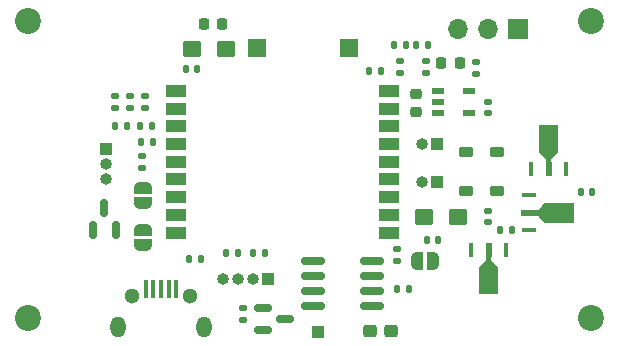
<source format=gts>
G04 #@! TF.GenerationSoftware,KiCad,Pcbnew,8.0.1*
G04 #@! TF.CreationDate,2024-04-13T18:18:23+03:00*
G04 #@! TF.ProjectId,mains-detector,6d61696e-732d-4646-9574-6563746f722e,rev?*
G04 #@! TF.SameCoordinates,Original*
G04 #@! TF.FileFunction,Soldermask,Top*
G04 #@! TF.FilePolarity,Negative*
%FSLAX46Y46*%
G04 Gerber Fmt 4.6, Leading zero omitted, Abs format (unit mm)*
G04 Created by KiCad (PCBNEW 8.0.1) date 2024-04-13 18:18:23*
%MOMM*%
%LPD*%
G01*
G04 APERTURE LIST*
G04 Aperture macros list*
%AMRoundRect*
0 Rectangle with rounded corners*
0 $1 Rounding radius*
0 $2 $3 $4 $5 $6 $7 $8 $9 X,Y pos of 4 corners*
0 Add a 4 corners polygon primitive as box body*
4,1,4,$2,$3,$4,$5,$6,$7,$8,$9,$2,$3,0*
0 Add four circle primitives for the rounded corners*
1,1,$1+$1,$2,$3*
1,1,$1+$1,$4,$5*
1,1,$1+$1,$6,$7*
1,1,$1+$1,$8,$9*
0 Add four rect primitives between the rounded corners*
20,1,$1+$1,$2,$3,$4,$5,0*
20,1,$1+$1,$4,$5,$6,$7,0*
20,1,$1+$1,$6,$7,$8,$9,0*
20,1,$1+$1,$8,$9,$2,$3,0*%
%AMFreePoly0*
4,1,9,0.825500,0.127000,0.241300,-0.431800,0.241300,-1.854200,-0.241300,-1.854200,-0.241300,-0.406400,-0.825500,0.127000,-0.825500,2.590800,0.825500,2.590800,0.825500,0.127000,0.825500,0.127000,$1*%
%AMFreePoly1*
4,1,19,0.500000,-0.750000,0.000000,-0.750000,0.000000,-0.744911,-0.071157,-0.744911,-0.207708,-0.704816,-0.327430,-0.627875,-0.420627,-0.520320,-0.479746,-0.390866,-0.500000,-0.250000,-0.500000,0.250000,-0.479746,0.390866,-0.420627,0.520320,-0.327430,0.627875,-0.207708,0.704816,-0.071157,0.744911,0.000000,0.744911,0.000000,0.750000,0.500000,0.750000,0.500000,-0.750000,0.500000,-0.750000,
$1*%
%AMFreePoly2*
4,1,19,0.000000,0.744911,0.071157,0.744911,0.207708,0.704816,0.327430,0.627875,0.420627,0.520320,0.479746,0.390866,0.500000,0.250000,0.500000,-0.250000,0.479746,-0.390866,0.420627,-0.520320,0.327430,-0.627875,0.207708,-0.704816,0.071157,-0.744911,0.000000,-0.744911,0.000000,-0.750000,-0.500000,-0.750000,-0.500000,0.750000,0.000000,0.750000,0.000000,0.744911,0.000000,0.744911,
$1*%
G04 Aperture macros list end*
%ADD10C,0.000000*%
%ADD11R,0.431800X1.193800*%
%ADD12R,0.482600X1.193800*%
%ADD13R,1.193800X0.431800*%
%ADD14FreePoly0,270.000000*%
%ADD15RoundRect,0.140000X0.140000X0.170000X-0.140000X0.170000X-0.140000X-0.170000X0.140000X-0.170000X0*%
%ADD16RoundRect,0.135000X-0.185000X0.135000X-0.185000X-0.135000X0.185000X-0.135000X0.185000X0.135000X0*%
%ADD17C,2.200000*%
%ADD18R,1.700000X1.700000*%
%ADD19O,1.700000X1.700000*%
%ADD20RoundRect,0.150000X-0.825000X-0.150000X0.825000X-0.150000X0.825000X0.150000X-0.825000X0.150000X0*%
%ADD21RoundRect,0.218750X-0.218750X-0.256250X0.218750X-0.256250X0.218750X0.256250X-0.218750X0.256250X0*%
%ADD22RoundRect,0.135000X0.185000X-0.135000X0.185000X0.135000X-0.185000X0.135000X-0.185000X-0.135000X0*%
%ADD23RoundRect,0.150000X-0.587500X-0.150000X0.587500X-0.150000X0.587500X0.150000X-0.587500X0.150000X0*%
%ADD24FreePoly1,0.000000*%
%ADD25FreePoly2,0.000000*%
%ADD26RoundRect,0.225000X0.250000X-0.225000X0.250000X0.225000X-0.250000X0.225000X-0.250000X-0.225000X0*%
%ADD27RoundRect,0.135000X0.135000X0.185000X-0.135000X0.185000X-0.135000X-0.185000X0.135000X-0.185000X0*%
%ADD28RoundRect,0.150000X0.150000X-0.587500X0.150000X0.587500X-0.150000X0.587500X-0.150000X-0.587500X0*%
%ADD29R,1.000000X1.000000*%
%ADD30O,1.000000X1.000000*%
%ADD31RoundRect,0.140000X0.170000X-0.140000X0.170000X0.140000X-0.170000X0.140000X-0.170000X-0.140000X0*%
%ADD32RoundRect,0.140000X-0.170000X0.140000X-0.170000X-0.140000X0.170000X-0.140000X0.170000X0.140000X0*%
%ADD33RoundRect,0.250000X0.312500X0.275000X-0.312500X0.275000X-0.312500X-0.275000X0.312500X-0.275000X0*%
%ADD34RoundRect,0.140000X-0.140000X-0.170000X0.140000X-0.170000X0.140000X0.170000X-0.140000X0.170000X0*%
%ADD35RoundRect,0.250000X-0.537500X-0.425000X0.537500X-0.425000X0.537500X0.425000X-0.537500X0.425000X0*%
%ADD36FreePoly1,90.000000*%
%ADD37FreePoly2,90.000000*%
%ADD38RoundRect,0.225000X0.375000X-0.225000X0.375000X0.225000X-0.375000X0.225000X-0.375000X-0.225000X0*%
%ADD39RoundRect,0.135000X-0.135000X-0.185000X0.135000X-0.185000X0.135000X0.185000X-0.135000X0.185000X0*%
%ADD40RoundRect,0.250000X0.537500X0.425000X-0.537500X0.425000X-0.537500X-0.425000X0.537500X-0.425000X0*%
%ADD41R,0.977900X0.508000*%
%ADD42FreePoly1,270.000000*%
%ADD43FreePoly2,270.000000*%
%ADD44R,1.500000X1.500000*%
%ADD45R,0.400000X1.600000*%
%ADD46C,1.300000*%
%ADD47O,1.300000X1.800000*%
%ADD48R,1.800000X1.100000*%
G04 APERTURE END LIST*
D10*
G36*
X47100100Y-14090300D02*
G01*
X46541300Y-14649100D01*
X46541300Y-14903100D01*
X46058700Y-14903100D01*
X46058700Y-14649100D01*
X45499900Y-14090300D01*
X45499900Y-11804300D01*
X47100100Y-11804300D01*
X47100100Y-14090300D01*
G37*
G36*
X48295700Y-20000100D02*
G01*
X46009700Y-20000100D01*
X45450900Y-19441300D01*
X45196900Y-19441300D01*
X45196900Y-18958700D01*
X45450900Y-18958700D01*
X46009700Y-18399900D01*
X48295700Y-18399900D01*
X48295700Y-20000100D01*
G37*
G36*
X41464603Y-23225300D02*
G01*
X42023403Y-23784100D01*
X42023403Y-26070100D01*
X40423203Y-26070100D01*
X40423203Y-23784100D01*
X40982003Y-23225300D01*
X40982003Y-22971300D01*
X41464603Y-22971300D01*
X41464603Y-23225300D01*
G37*
D11*
X44800000Y-15500000D03*
D12*
X46300000Y-15500000D03*
D11*
X47800000Y-15500000D03*
D13*
X44600000Y-17700000D03*
D14*
X45857300Y-19200000D03*
D13*
X44600000Y-20700000D03*
D11*
X42723303Y-22374400D03*
D12*
X41223303Y-22374400D03*
D11*
X39723303Y-22374400D03*
D15*
X16571803Y-7076500D03*
X15611803Y-7076500D03*
D16*
X12144803Y-9290000D03*
X12144803Y-10310000D03*
D17*
X49900000Y-28100000D03*
D18*
X43700000Y-3700000D03*
D19*
X41160000Y-3700000D03*
X38620000Y-3700000D03*
D20*
X26394803Y-23330000D03*
X26394803Y-24600000D03*
X26394803Y-25870000D03*
X26394803Y-27140000D03*
X31344803Y-27140000D03*
X31344803Y-25870000D03*
X31344803Y-24600000D03*
X31344803Y-23330000D03*
D21*
X37207303Y-6500000D03*
X38782303Y-6500000D03*
D16*
X11894803Y-14390000D03*
X11894803Y-15410000D03*
D22*
X35894803Y-7410000D03*
X35894803Y-6390000D03*
D23*
X22144803Y-27250000D03*
X22144803Y-29150000D03*
X24019803Y-28200000D03*
D24*
X35194803Y-23300000D03*
D25*
X36494803Y-23300000D03*
D26*
X35114803Y-10675000D03*
X35114803Y-9125000D03*
D27*
X36094803Y-5000000D03*
X35074803Y-5000000D03*
X34204803Y-5000000D03*
X33184803Y-5000000D03*
D28*
X7744803Y-20675000D03*
X9644803Y-20675000D03*
X8694803Y-18800000D03*
D29*
X22584803Y-24800000D03*
D30*
X21314803Y-24800000D03*
X20044803Y-24800000D03*
X18774803Y-24800000D03*
D22*
X40114803Y-7510000D03*
X40114803Y-6490000D03*
D29*
X26794803Y-29300000D03*
X8794803Y-13800000D03*
D30*
X8794803Y-15070000D03*
X8794803Y-16340000D03*
D31*
X41144803Y-10780000D03*
X41144803Y-9820000D03*
D21*
X17112500Y-3200000D03*
X18687500Y-3200000D03*
D32*
X33494803Y-22320000D03*
X33494803Y-23280000D03*
D29*
X36874803Y-16600000D03*
D30*
X35604803Y-16600000D03*
D33*
X32982303Y-29200000D03*
X31207303Y-29200000D03*
D34*
X49020000Y-17500000D03*
X49980000Y-17500000D03*
D27*
X32110000Y-7200000D03*
X31090000Y-7200000D03*
D35*
X16104303Y-5376500D03*
X18979303Y-5376500D03*
D22*
X9594803Y-10360000D03*
X9594803Y-9340000D03*
D27*
X12694803Y-11900000D03*
X11674803Y-11900000D03*
D36*
X11994803Y-21950000D03*
D37*
X11994803Y-20650000D03*
D17*
X2200000Y-28100000D03*
D31*
X41200000Y-20000000D03*
X41200000Y-19040000D03*
D38*
X39294803Y-17400000D03*
X39294803Y-14100000D03*
D39*
X33434803Y-25700000D03*
X34454803Y-25700000D03*
D40*
X38594803Y-19600000D03*
X35719803Y-19600000D03*
D15*
X43180000Y-20700000D03*
X42220000Y-20700000D03*
D16*
X33724803Y-6400000D03*
X33724803Y-7420000D03*
D29*
X36814803Y-13400000D03*
D30*
X35544803Y-13400000D03*
D15*
X36974803Y-21500000D03*
X36014803Y-21500000D03*
D41*
X36914803Y-8899998D03*
X36914803Y-9849999D03*
X36914803Y-10800000D03*
X39594503Y-10800000D03*
X39594503Y-8899998D03*
D31*
X10844803Y-10330000D03*
X10844803Y-9370000D03*
D22*
X20394803Y-28310000D03*
X20394803Y-27290000D03*
D42*
X11924803Y-17100000D03*
D43*
X11924803Y-18400000D03*
D27*
X12794803Y-13200000D03*
X11774803Y-13200000D03*
D39*
X15884803Y-23100000D03*
X16904803Y-23100000D03*
D44*
X29394803Y-5300000D03*
X21594803Y-5300000D03*
D17*
X49900000Y-3000000D03*
D38*
X41894803Y-17350000D03*
X41894803Y-14050000D03*
D39*
X21284803Y-22600000D03*
X22304803Y-22600000D03*
D45*
X12194803Y-25708000D03*
X12844803Y-25708000D03*
X13494803Y-25708000D03*
X14144803Y-25708000D03*
X14794803Y-25708000D03*
D46*
X15919803Y-26230000D03*
D47*
X17119803Y-28900000D03*
X9869803Y-28900000D03*
D46*
X11069803Y-26230000D03*
D17*
X2200000Y-3000000D03*
D48*
X14794803Y-8900000D03*
X14794803Y-10400000D03*
X14794803Y-11900000D03*
X14794803Y-13400000D03*
X14794803Y-14900000D03*
X14794803Y-16400000D03*
X14794803Y-17900000D03*
X14794803Y-19400000D03*
X14794803Y-20900000D03*
X32794803Y-20900000D03*
X32794803Y-19400000D03*
X32794803Y-17900000D03*
X32794803Y-16400000D03*
X32794803Y-14900000D03*
X32794803Y-13400000D03*
X32794803Y-11900000D03*
X32794803Y-10400000D03*
X32794803Y-8900000D03*
D27*
X20004803Y-22600000D03*
X18984803Y-22600000D03*
D39*
X9574803Y-11900000D03*
X10594803Y-11900000D03*
M02*

</source>
